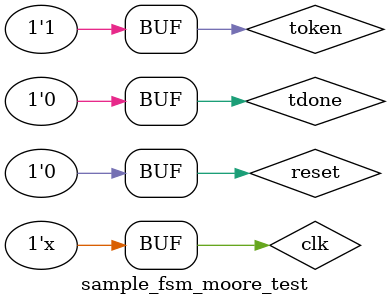
<source format=sv>

module sample_fsm_moore_test;
// wires:
logic clk;
logic reset;
logic token;
logic tdone;
logic clrt;
logic spray;

//instatiation of module:
sample_fsm_moore DUT(
    .clk(clk),
    .reset(reset),
    .token(token),
    .tdone(tdone),
    .clrt(clrt),
    .spray(spray)
);
//create a clk every ten seconds:
always #10 clk = ~clk;

//start simulation:
initial begin
    //start display data to terminal:
    $monitor($time);
    //create a vcd file to view the waveforms:
    $dumpfile("dump.vcd");
    //export all variables:
    $dumpvars(1);
    //intialization:
    // state = sIdle
    // and
    // reset = 1 then 0 again
    clk = 0;
    reset = 1;
    token=0;
    tdone=0;
    #15;
    reset=0;
    #5;
    token=1;
    // token = 1 move from state sIdle to sToken
    // then it will go to state sSpray
    // and it will stay there cause tdone is 0.
end

endmodule

</source>
